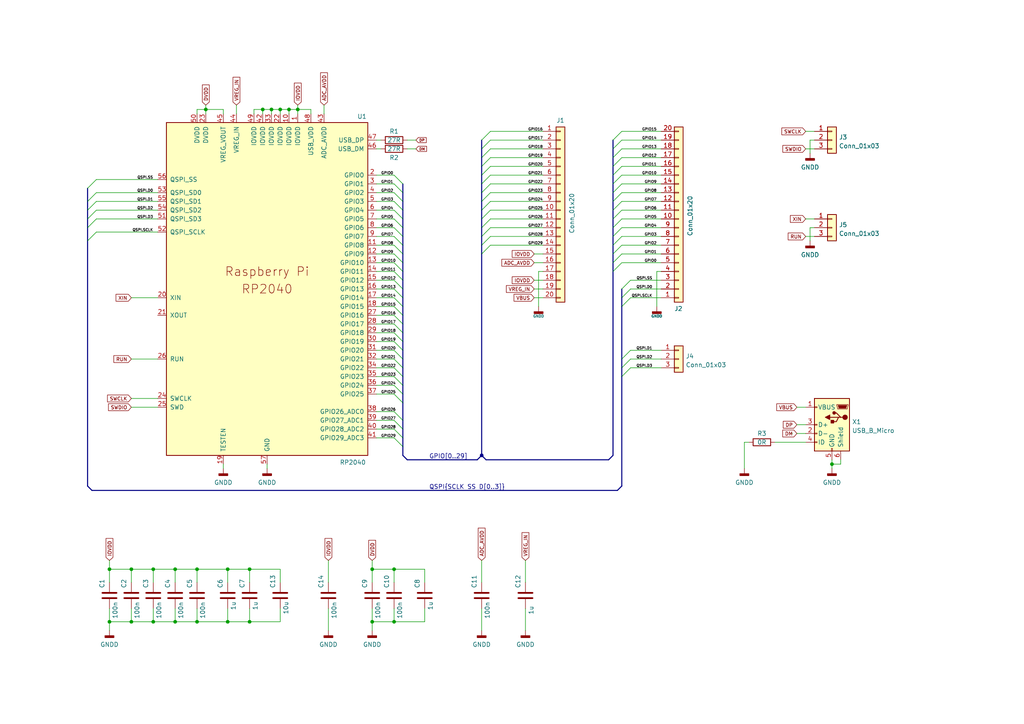
<source format=kicad_sch>
(kicad_sch (version 20230121) (generator eeschema)
  (paper "A4")
  (lib_symbols
    (symbol "Connector:USB_B_Micro" (pin_names (offset 1.016))
      (property "Reference" "J" (at -5.08 11.43 0))
      (property "Value" "USB_B_Micro" (at -5.08 8.89 0))
      (symbol "USB_B_Micro_0_1"
        (rectangle (start -5.08 -7.62) (end 5.08 7.62) (stroke (width 0.254)) (fill (type background)))
        (circle (center -3.81 2.159) (radius 0.635) (stroke (width 0.254)) (fill (type outline)))
        (circle (center -0.635 3.429) (radius 0.381) (stroke (width 0.254)) (fill (type outline)))
        (rectangle (start -0.127 -7.62) (end 0.127 -6.858))
        (polyline (pts (xy -1.905 2.159) (xy 0.635 2.159)) (stroke (width 0.254)))
        (polyline (pts (xy -3.175 2.159) (xy -2.54 2.159) (xy -1.27 3.429) (xy -0.635 3.429)) (stroke (width 0.254)))
        (polyline (pts (xy -2.54 2.159) (xy -1.905 2.159) (xy -1.27 0.889) (xy 0 0.889)) (stroke (width 0.254)))
        (polyline (pts (xy 0.635 2.794) (xy 0.635 1.524) (xy 1.905 2.159) (xy 0.635 2.794)) (stroke (width 0.254)) (fill (type outline)))
        (polyline (pts (xy -4.318 5.588) (xy -1.778 5.588) (xy -2.032 4.826) (xy -4.064 4.826) (xy -4.318 5.588)) (fill (type outline)))
        (polyline (pts (xy -4.699 5.842) (xy -4.699 5.588) (xy -4.445 4.826) (xy -4.445 4.572) (xy -1.651 4.572) (xy -1.651 4.826) (xy -1.397 5.588) (xy -1.397 5.842) (xy -4.699 5.842)))
        (rectangle (start 0.254 1.27) (end -0.508 0.508) (stroke (width 0.254)) (fill (type outline)))
        (rectangle (start 5.08 -5.207) (end 4.318 -4.953))
        (rectangle (start 5.08 -2.667) (end 4.318 -2.413))
        (rectangle (start 5.08 -0.127) (end 4.318 0.127))
        (rectangle (start 5.08 4.953) (end 4.318 5.207))
      )
      (symbol "USB_B_Micro_1_1"
        (pin power_out line (at 7.62 5.08 180) (length 2.54) (name "VBUS") (number "1"))
        (pin bidirectional line (at 7.62 -2.54 180) (length 2.54) (name "D-") (number "2"))
        (pin bidirectional line (at 7.62 0 180) (length 2.54) (name "D+") (number "3"))
        (pin passive line (at 7.62 -5.08 180) (length 2.54) (name "ID") (number "4"))
        (pin power_out line (at 0 -10.16 90) (length 2.54) (name "GND") (number "5"))
        (pin passive line (at -2.54 -10.16 90) (length 2.54) (name "Shield") (number "6"))
      )
    )
    (symbol "Connector_Generic:Conn_01x03" (pin_names (offset 1.016) hide)
      (property "Reference" "J" (at 0 5.08 0))
      (property "Value" "Conn_01x03" (at 0 -5.08 0))
      (symbol "Conn_01x03_1_1"
        (rectangle (start -1.27 -2.413) (end 0 -2.667) (stroke (width 0.1524)))
        (rectangle (start -1.27 0.127) (end 0 -0.127) (stroke (width 0.1524)))
        (rectangle (start -1.27 2.667) (end 0 2.413) (stroke (width 0.1524)))
        (rectangle (start -1.27 3.81) (end 1.27 -3.81) (stroke (width 0.254)) (fill (type background)))
        (pin passive line (at -5.08 2.54 0) (length 3.81) (name "Pin_1") (number "1"))
        (pin passive line (at -5.08 0 0) (length 3.81) (name "Pin_2") (number "2"))
        (pin passive line (at -5.08 -2.54 0) (length 3.81) (name "Pin_3") (number "3"))
      )
    )
    (symbol "Connector_Generic:Conn_01x20" (pin_names (offset 1.016) hide)
      (property "Reference" "J" (at 0 25.4 0))
      (property "Value" "Conn_01x20" (at 0 -27.94 0))
      (symbol "Conn_01x20_1_1"
        (rectangle (start -1.27 -25.273) (end 0 -25.527) (stroke (width 0.1524)))
        (rectangle (start -1.27 -22.733) (end 0 -22.987) (stroke (width 0.1524)))
        (rectangle (start -1.27 -20.193) (end 0 -20.447) (stroke (width 0.1524)))
        (rectangle (start -1.27 -17.653) (end 0 -17.907) (stroke (width 0.1524)))
        (rectangle (start -1.27 -15.113) (end 0 -15.367) (stroke (width 0.1524)))
        (rectangle (start -1.27 -12.573) (end 0 -12.827) (stroke (width 0.1524)))
        (rectangle (start -1.27 -10.033) (end 0 -10.287) (stroke (width 0.1524)))
        (rectangle (start -1.27 -7.493) (end 0 -7.747) (stroke (width 0.1524)))
        (rectangle (start -1.27 -4.953) (end 0 -5.207) (stroke (width 0.1524)))
        (rectangle (start -1.27 -2.413) (end 0 -2.667) (stroke (width 0.1524)))
        (rectangle (start -1.27 0.127) (end 0 -0.127) (stroke (width 0.1524)))
        (rectangle (start -1.27 2.667) (end 0 2.413) (stroke (width 0.1524)))
        (rectangle (start -1.27 5.207) (end 0 4.953) (stroke (width 0.1524)))
        (rectangle (start -1.27 7.747) (end 0 7.493) (stroke (width 0.1524)))
        (rectangle (start -1.27 10.287) (end 0 10.033) (stroke (width 0.1524)))
        (rectangle (start -1.27 12.827) (end 0 12.573) (stroke (width 0.1524)))
        (rectangle (start -1.27 15.367) (end 0 15.113) (stroke (width 0.1524)))
        (rectangle (start -1.27 17.907) (end 0 17.653) (stroke (width 0.1524)))
        (rectangle (start -1.27 20.447) (end 0 20.193) (stroke (width 0.1524)))
        (rectangle (start -1.27 22.987) (end 0 22.733) (stroke (width 0.1524)))
        (rectangle (start -1.27 24.13) (end 1.27 -26.67) (stroke (width 0.254)) (fill (type background)))
        (pin passive line (at -5.08 22.86 0) (length 3.81) (name "Pin_1") (number "1"))
        (pin passive line (at -5.08 0 0) (length 3.81) (name "Pin_10") (number "10"))
        (pin passive line (at -5.08 -2.54 0) (length 3.81) (name "Pin_11") (number "11"))
        (pin passive line (at -5.08 -5.08 0) (length 3.81) (name "Pin_12") (number "12"))
        (pin passive line (at -5.08 -7.62 0) (length 3.81) (name "Pin_13") (number "13"))
        (pin passive line (at -5.08 -10.16 0) (length 3.81) (name "Pin_14") (number "14"))
        (pin passive line (at -5.08 -12.7 0) (length 3.81) (name "Pin_15") (number "15"))
        (pin passive line (at -5.08 -15.24 0) (length 3.81) (name "Pin_16") (number "16"))
        (pin passive line (at -5.08 -17.78 0) (length 3.81) (name "Pin_17") (number "17"))
        (pin passive line (at -5.08 -20.32 0) (length 3.81) (name "Pin_18") (number "18"))
        (pin passive line (at -5.08 -22.86 0) (length 3.81) (name "Pin_19") (number "19"))
        (pin passive line (at -5.08 20.32 0) (length 3.81) (name "Pin_2") (number "2"))
        (pin passive line (at -5.08 -25.4 0) (length 3.81) (name "Pin_20") (number "20"))
        (pin passive line (at -5.08 17.78 0) (length 3.81) (name "Pin_3") (number "3"))
        (pin passive line (at -5.08 15.24 0) (length 3.81) (name "Pin_4") (number "4"))
        (pin passive line (at -5.08 12.7 0) (length 3.81) (name "Pin_5") (number "5"))
        (pin passive line (at -5.08 10.16 0) (length 3.81) (name "Pin_6") (number "6"))
        (pin passive line (at -5.08 7.62 0) (length 3.81) (name "Pin_7") (number "7"))
        (pin passive line (at -5.08 5.08 0) (length 3.81) (name "Pin_8") (number "8"))
        (pin passive line (at -5.08 2.54 0) (length 3.81) (name "Pin_9") (number "9"))
      )
    )
    (symbol "Device:C" (pin_numbers hide) (pin_names (offset 0.254))
      (property "Reference" "C" (at 0.635 2.54 0))
      (property "Value" "C" (at 0.635 -2.54 0))
      (symbol "C_0_1"
        (polyline (pts (xy -2.032 -0.762) (xy 2.032 -0.762)) (stroke (width 0.508)))
        (polyline (pts (xy -2.032 0.762) (xy 2.032 0.762)) (stroke (width 0.508)))
      )
      (symbol "C_1_1"
        (pin passive line (at 0 3.81 270) (length 2.794) (name "~") (number "1"))
        (pin passive line (at 0 -3.81 90) (length 2.794) (name "~") (number "2"))
      )
    )
    (symbol "Device:R" (pin_numbers hide) (pin_names (offset 0))
      (property "Reference" "R" (at 2.032 0 90))
      (property "Value" "R" (at 0 0 90))
      (symbol "R_0_1"
        (rectangle (start -1.016 -2.54) (end 1.016 2.54) (stroke (width 0.254)))
      )
      (symbol "R_1_1"
        (pin passive line (at 0 3.81 270) (length 1.27) (name "~") (number "1"))
        (pin passive line (at 0 -3.81 90) (length 1.27) (name "~") (number "2"))
      )
    )
    (symbol "MCU_RaspberryPi_and_Boards:RP2040" (pin_names (offset 1.016))
      (property "Reference" "U" (at -29.21 49.53 0))
      (property "Value" "RP2040" (at 24.13 -49.53 0))
      (symbol "RP2040_0_0"
        (text "Raspberry Pi" (at 0 5.08 0) (effects (font (size 2.54 2.54))))
        (text "RP2040" (at 0 0 0) (effects (font (size 2.54 2.54))))
      )
      (symbol "RP2040_0_1"
        (rectangle (start 29.21 48.26) (end -29.21 -48.26) (stroke (width 0.254)) (fill (type background)))
      )
      (symbol "RP2040_1_1"
        (pin power_in line (at 8.89 50.8 270) (length 2.54) (name "IOVDD") (number "1"))
        (pin power_in line (at 6.35 50.8 270) (length 2.54) (name "IOVDD") (number "10"))
        (pin bidirectional line (at 31.75 12.7 180) (length 2.54) (name "GPIO8") (number "11"))
        (pin bidirectional line (at 31.75 10.16 180) (length 2.54) (name "GPIO9") (number "12"))
        (pin bidirectional line (at 31.75 7.62 180) (length 2.54) (name "GPIO10") (number "13"))
        (pin bidirectional line (at 31.75 5.08 180) (length 2.54) (name "GPIO11") (number "14"))
        (pin bidirectional line (at 31.75 2.54 180) (length 2.54) (name "GPIO12") (number "15"))
        (pin bidirectional line (at 31.75 0 180) (length 2.54) (name "GPIO13") (number "16"))
        (pin bidirectional line (at 31.75 -2.54 180) (length 2.54) (name "GPIO14") (number "17"))
        (pin bidirectional line (at 31.75 -5.08 180) (length 2.54) (name "GPIO15") (number "18"))
        (pin passive line (at -12.7 -50.8 90) (length 2.54) (name "TESTEN") (number "19"))
        (pin bidirectional line (at 31.75 33.02 180) (length 2.54) (name "GPIO0") (number "2"))
        (pin input line (at -31.75 -2.54 0) (length 2.54) (name "XIN") (number "20"))
        (pin passive line (at -31.75 -7.62 0) (length 2.54) (name "XOUT") (number "21"))
        (pin power_in line (at 3.81 50.8 270) (length 2.54) (name "IOVDD") (number "22"))
        (pin power_in line (at -17.78 50.8 270) (length 2.54) (name "DVDD") (number "23"))
        (pin output line (at -31.75 -31.75 0) (length 2.54) (name "SWCLK") (number "24"))
        (pin bidirectional line (at -31.75 -34.29 0) (length 2.54) (name "SWD") (number "25"))
        (pin input line (at -31.75 -20.32 0) (length 2.54) (name "RUN") (number "26"))
        (pin bidirectional line (at 31.75 -7.62 180) (length 2.54) (name "GPIO16") (number "27"))
        (pin bidirectional line (at 31.75 -10.16 180) (length 2.54) (name "GPIO17") (number "28"))
        (pin bidirectional line (at 31.75 -12.7 180) (length 2.54) (name "GPIO18") (number "29"))
        (pin bidirectional line (at 31.75 30.48 180) (length 2.54) (name "GPIO1") (number "3"))
        (pin bidirectional line (at 31.75 -15.24 180) (length 2.54) (name "GPIO19") (number "30"))
        (pin bidirectional line (at 31.75 -17.78 180) (length 2.54) (name "GPIO20") (number "31"))
        (pin bidirectional line (at 31.75 -20.32 180) (length 2.54) (name "GPIO21") (number "32"))
        (pin power_in line (at 1.27 50.8 270) (length 2.54) (name "IOVDD") (number "33"))
        (pin bidirectional line (at 31.75 -22.86 180) (length 2.54) (name "GPIO22") (number "34"))
        (pin bidirectional line (at 31.75 -25.4 180) (length 2.54) (name "GPIO23") (number "35"))
        (pin bidirectional line (at 31.75 -27.94 180) (length 2.54) (name "GPIO24") (number "36"))
        (pin bidirectional line (at 31.75 -30.48 180) (length 2.54) (name "GPIO25") (number "37"))
        (pin bidirectional line (at 31.75 -35.56 180) (length 2.54) (name "GPIO26_ADC0") (number "38"))
        (pin bidirectional line (at 31.75 -38.1 180) (length 2.54) (name "GPIO27_ADC1") (number "39"))
        (pin bidirectional line (at 31.75 27.94 180) (length 2.54) (name "GPIO2") (number "4"))
        (pin bidirectional line (at 31.75 -40.64 180) (length 2.54) (name "GPIO28_ADC2") (number "40"))
        (pin bidirectional line (at 31.75 -43.18 180) (length 2.54) (name "GPIO29_ADC3") (number "41"))
        (pin power_in line (at -1.27 50.8 270) (length 2.54) (name "IOVDD") (number "42"))
        (pin power_in line (at 16.51 50.8 270) (length 2.54) (name "ADC_AVDD") (number "43"))
        (pin power_in line (at -8.89 50.8 270) (length 2.54) (name "VREG_IN") (number "44"))
        (pin power_out line (at -12.7 50.8 270) (length 2.54) (name "VREG_VOUT") (number "45"))
        (pin bidirectional line (at 31.75 40.64 180) (length 2.54) (name "USB_DM") (number "46"))
        (pin bidirectional line (at 31.75 43.18 180) (length 2.54) (name "USB_DP") (number "47"))
        (pin power_in line (at 12.7 50.8 270) (length 2.54) (name "USB_VDD") (number "48"))
        (pin power_in line (at -3.81 50.8 270) (length 2.54) (name "IOVDD") (number "49"))
        (pin bidirectional line (at 31.75 25.4 180) (length 2.54) (name "GPIO3") (number "5"))
        (pin power_in line (at -20.32 50.8 270) (length 2.54) (name "DVDD") (number "50"))
        (pin bidirectional line (at -31.75 20.32 0) (length 2.54) (name "QSPI_SD3") (number "51"))
        (pin output line (at -31.75 16.51 0) (length 2.54) (name "QSPI_SCLK") (number "52"))
        (pin bidirectional line (at -31.75 27.94 0) (length 2.54) (name "QSPI_SD0") (number "53"))
        (pin bidirectional line (at -31.75 22.86 0) (length 2.54) (name "QSPI_SD2") (number "54"))
        (pin bidirectional line (at -31.75 25.4 0) (length 2.54) (name "QSPI_SD1") (number "55"))
        (pin bidirectional line (at -31.75 31.75 0) (length 2.54) (name "QSPI_SS") (number "56"))
        (pin power_in line (at 0 -50.8 90) (length 2.54) (name "GND") (number "57"))
        (pin bidirectional line (at 31.75 22.86 180) (length 2.54) (name "GPIO4") (number "6"))
        (pin bidirectional line (at 31.75 20.32 180) (length 2.54) (name "GPIO5") (number "7"))
        (pin bidirectional line (at 31.75 17.78 180) (length 2.54) (name "GPIO6") (number "8"))
        (pin bidirectional line (at 31.75 15.24 180) (length 2.54) (name "GPIO7") (number "9"))
      )
    )
    (symbol "power:GNDD" (power) (pin_names (offset 0))
      (property "Value" "GNDD" (at 0 -3.175 0))
      (symbol "GNDD_0_1"
        (rectangle (start -1.27 -1.524) (end 1.27 -2.032) (stroke (width 0.254)) (fill (type outline)))
        (polyline (pts (xy 0 0) (xy 0 -1.524)))
      )
      (symbol "GNDD_1_1"
        (pin power_in line (at 0 0 270) (length 0) hide (name "GNDD") (number "1"))
      )
    )
  )
  (junction (at 50.8 165.1))
  (junction (at 81.28 31.75))
  (junction (at 59.69 31.75))
  (junction (at 107.95 180.34))
  (junction (at 107.95 165.1))
  (junction (at 114.3 180.34))
  (junction (at 57.15 180.34))
  (junction (at 114.3 165.1))
  (junction (at 38.1 165.1))
  (junction (at 66.04 180.34))
  (junction (at 86.36 31.75))
  (junction (at 72.39 165.1))
  (junction (at 76.2 31.75))
  (junction (at 57.15 165.1))
  (junction (at 66.04 165.1))
  (junction (at 139.7 132.08))
  (junction (at 44.45 180.34))
  (junction (at 83.82 31.75))
  (junction (at 44.45 165.1))
  (junction (at 38.1 180.34))
  (junction (at 31.75 165.1))
  (junction (at 241.3 134.62))
  (junction (at 50.8 180.34))
  (junction (at 72.39 180.34))
  (junction (at 31.75 180.34))
  (junction (at 78.74 31.75))
  (bus_entry (at 180.34 88.9) (size 2.54 -2.54))
  (bus_entry (at 177.8 78.74) (size 2.54 -2.54))
  (bus_entry (at 25.4 63.5) (size 2.54 -2.54))
  (bus_entry (at 116.84 129.54) (size -2.54 -2.54))
  (bus_entry (at 116.84 68.58) (size -2.54 -2.54))
  (bus_entry (at 116.84 127) (size -2.54 -2.54))
  (bus_entry (at 116.84 86.36) (size -2.54 -2.54))
  (bus_entry (at 25.4 58.42) (size 2.54 -2.54))
  (bus_entry (at 116.84 63.5) (size -2.54 -2.54))
  (bus_entry (at 116.84 111.76) (size -2.54 -2.54))
  (bus_entry (at 116.84 116.84) (size -2.54 -2.54))
  (bus_entry (at 116.84 83.82) (size -2.54 -2.54))
  (bus_entry (at 139.7 53.34) (size 2.54 -2.54))
  (bus_entry (at 116.84 106.68) (size -2.54 -2.54))
  (bus_entry (at 177.8 68.58) (size 2.54 -2.54))
  (bus_entry (at 139.7 71.12) (size 2.54 -2.54))
  (bus_entry (at 25.4 60.96) (size 2.54 -2.54))
  (bus_entry (at 139.7 73.66) (size 2.54 -2.54))
  (bus_entry (at 180.34 83.82) (size 2.54 -2.54))
  (bus_entry (at 116.84 53.34) (size -2.54 -2.54))
  (bus_entry (at 177.8 43.18) (size 2.54 -2.54))
  (bus_entry (at 116.84 66.04) (size -2.54 -2.54))
  (bus_entry (at 177.8 60.96) (size 2.54 -2.54))
  (bus_entry (at 180.34 104.14) (size 2.54 -2.54))
  (bus_entry (at 139.7 43.18) (size 2.54 -2.54))
  (bus_entry (at 139.7 40.64) (size 2.54 -2.54))
  (bus_entry (at 116.84 101.6) (size -2.54 -2.54))
  (bus_entry (at 180.34 106.68) (size 2.54 -2.54))
  (bus_entry (at 180.34 86.36) (size 2.54 -2.54))
  (bus_entry (at 116.84 114.3) (size -2.54 -2.54))
  (bus_entry (at 139.7 60.96) (size 2.54 -2.54))
  (bus_entry (at 116.84 71.12) (size -2.54 -2.54))
  (bus_entry (at 177.8 45.72) (size 2.54 -2.54))
  (bus_entry (at 177.8 71.12) (size 2.54 -2.54))
  (bus_entry (at 177.8 76.2) (size 2.54 -2.54))
  (bus_entry (at 116.84 91.44) (size -2.54 -2.54))
  (bus_entry (at 25.4 69.85) (size 2.54 -2.54))
  (bus_entry (at 177.8 73.66) (size 2.54 -2.54))
  (bus_entry (at 116.84 99.06) (size -2.54 -2.54))
  (bus_entry (at 116.84 93.98) (size -2.54 -2.54))
  (bus_entry (at 116.84 124.46) (size -2.54 -2.54))
  (bus_entry (at 177.8 66.04) (size 2.54 -2.54))
  (bus_entry (at 116.84 60.96) (size -2.54 -2.54))
  (bus_entry (at 116.84 104.14) (size -2.54 -2.54))
  (bus_entry (at 116.84 96.52) (size -2.54 -2.54))
  (bus_entry (at 139.7 68.58) (size 2.54 -2.54))
  (bus_entry (at 139.7 50.8) (size 2.54 -2.54))
  (bus_entry (at 116.84 109.22) (size -2.54 -2.54))
  (bus_entry (at 177.8 50.8) (size 2.54 -2.54))
  (bus_entry (at 116.84 81.28) (size -2.54 -2.54))
  (bus_entry (at 139.7 45.72) (size 2.54 -2.54))
  (bus_entry (at 116.84 73.66) (size -2.54 -2.54))
  (bus_entry (at 25.4 66.04) (size 2.54 -2.54))
  (bus_entry (at 116.84 88.9) (size -2.54 -2.54))
  (bus_entry (at 139.7 55.88) (size 2.54 -2.54))
  (bus_entry (at 116.84 78.74) (size -2.54 -2.54))
  (bus_entry (at 116.84 58.42) (size -2.54 -2.54))
  (bus_entry (at 177.8 40.64) (size 2.54 -2.54))
  (bus_entry (at 139.7 48.26) (size 2.54 -2.54))
  (bus_entry (at 116.84 55.88) (size -2.54 -2.54))
  (bus_entry (at 177.8 53.34) (size 2.54 -2.54))
  (bus_entry (at 139.7 63.5) (size 2.54 -2.54))
  (bus_entry (at 116.84 76.2) (size -2.54 -2.54))
  (bus_entry (at 177.8 55.88) (size 2.54 -2.54))
  (bus_entry (at 139.7 58.42) (size 2.54 -2.54))
  (bus_entry (at 177.8 63.5) (size 2.54 -2.54))
  (bus_entry (at 180.34 109.22) (size 2.54 -2.54))
  (bus_entry (at 139.7 66.04) (size 2.54 -2.54))
  (bus_entry (at 25.4 54.61) (size 2.54 -2.54))
  (bus_entry (at 177.8 48.26) (size 2.54 -2.54))
  (bus_entry (at 177.8 58.42) (size 2.54 -2.54))
  (bus_entry (at 116.84 121.92) (size -2.54 -2.54))
  (bus (pts (xy 177.8 78.74) (xy 177.8 132.08)))
  (wire (pts (xy 142.24 60.96) (xy 157.48 60.96)))
  (wire (pts (xy 57.15 165.1) (xy 66.04 165.1)))
  (wire (pts (xy 180.34 68.58) (xy 191.77 68.58)))
  (bus (pts (xy 116.84 86.36) (xy 116.84 88.9)))
  (bus (pts (xy 116.84 121.92) (xy 116.84 124.46)))
  (bus (pts (xy 116.84 78.74) (xy 116.84 81.28)))
  (wire (pts (xy 114.3 66.04) (xy 109.22 66.04)))
  (bus (pts (xy 179.07 142.24) (xy 180.34 140.97)))
  (bus (pts (xy 116.84 93.98) (xy 116.84 96.52)))
  (wire (pts (xy 114.3 86.36) (xy 109.22 86.36)))
  (wire (pts (xy 72.39 180.34) (xy 81.28 180.34)))
  (wire (pts (xy 114.3 58.42) (xy 109.22 58.42)))
  (bus (pts (xy 139.7 53.34) (xy 139.7 55.88)))
  (bus (pts (xy 116.84 58.42) (xy 116.84 60.96)))
  (wire (pts (xy 107.95 176.53) (xy 107.95 180.34)))
  (bus (pts (xy 139.7 50.8) (xy 139.7 53.34)))
  (bus (pts (xy 116.84 71.12) (xy 116.84 73.66)))
  (wire (pts (xy 180.34 50.8) (xy 191.77 50.8)))
  (wire (pts (xy 114.3 91.44) (xy 109.22 91.44)))
  (wire (pts (xy 107.95 180.34) (xy 107.95 182.88)))
  (wire (pts (xy 180.34 71.12) (xy 191.77 71.12)))
  (bus (pts (xy 139.7 73.66) (xy 139.7 132.08)))
  (wire (pts (xy 234.95 40.64) (xy 234.95 44.45)))
  (wire (pts (xy 142.24 48.26) (xy 157.48 48.26)))
  (wire (pts (xy 180.34 48.26) (xy 191.77 48.26)))
  (wire (pts (xy 154.94 81.28) (xy 157.48 81.28)))
  (wire (pts (xy 234.95 66.04) (xy 234.95 69.85)))
  (wire (pts (xy 114.3 121.92) (xy 109.22 121.92)))
  (wire (pts (xy 114.3 83.82) (xy 109.22 83.82)))
  (wire (pts (xy 114.3 106.68) (xy 109.22 106.68)))
  (wire (pts (xy 154.94 86.36) (xy 157.48 86.36)))
  (wire (pts (xy 107.95 168.91) (xy 107.95 165.1)))
  (wire (pts (xy 180.34 60.96) (xy 191.77 60.96)))
  (bus (pts (xy 177.8 45.72) (xy 177.8 48.26)))
  (wire (pts (xy 73.66 33.02) (xy 73.66 31.75)))
  (bus (pts (xy 180.34 140.97) (xy 180.34 109.22)))
  (bus (pts (xy 116.84 63.5) (xy 116.84 66.04)))
  (wire (pts (xy 180.34 55.88) (xy 191.77 55.88)))
  (bus (pts (xy 180.34 86.36) (xy 180.34 83.82)))
  (wire (pts (xy 114.3 124.46) (xy 109.22 124.46)))
  (wire (pts (xy 114.3 71.12) (xy 109.22 71.12)))
  (wire (pts (xy 57.15 33.02) (xy 57.15 31.75)))
  (bus (pts (xy 116.84 109.22) (xy 116.84 111.76)))
  (wire (pts (xy 31.75 168.91) (xy 31.75 165.1)))
  (wire (pts (xy 123.19 180.34) (xy 123.19 176.53)))
  (wire (pts (xy 81.28 31.75) (xy 81.28 33.02)))
  (wire (pts (xy 72.39 165.1) (xy 81.28 165.1)))
  (wire (pts (xy 236.22 40.64) (xy 234.95 40.64)))
  (wire (pts (xy 156.21 78.74) (xy 157.48 78.74)))
  (bus (pts (xy 180.34 104.14) (xy 180.34 88.9)))
  (wire (pts (xy 38.1 104.14) (xy 45.72 104.14)))
  (wire (pts (xy 182.88 86.36) (xy 191.77 86.36)))
  (wire (pts (xy 180.34 43.18) (xy 191.77 43.18)))
  (wire (pts (xy 27.94 67.31) (xy 45.72 67.31)))
  (wire (pts (xy 152.4 176.53) (xy 152.4 182.88)))
  (wire (pts (xy 38.1 118.11) (xy 45.72 118.11)))
  (wire (pts (xy 215.9 128.27) (xy 217.17 128.27)))
  (wire (pts (xy 114.3 127) (xy 109.22 127)))
  (bus (pts (xy 139.7 45.72) (xy 139.7 48.26)))
  (wire (pts (xy 50.8 165.1) (xy 50.8 168.91)))
  (bus (pts (xy 176.53 133.35) (xy 177.8 132.08)))
  (wire (pts (xy 182.88 101.6) (xy 191.77 101.6)))
  (wire (pts (xy 190.5 78.74) (xy 191.77 78.74)))
  (bus (pts (xy 139.7 132.08) (xy 140.97 133.35)))
  (wire (pts (xy 66.04 165.1) (xy 72.39 165.1)))
  (bus (pts (xy 116.84 60.96) (xy 116.84 63.5)))
  (bus (pts (xy 25.4 66.04) (xy 25.4 69.85)))
  (wire (pts (xy 44.45 180.34) (xy 50.8 180.34)))
  (wire (pts (xy 44.45 165.1) (xy 50.8 165.1)))
  (bus (pts (xy 116.84 129.54) (xy 116.84 132.08)))
  (wire (pts (xy 241.3 134.62) (xy 243.84 134.62)))
  (wire (pts (xy 114.3 119.38) (xy 109.22 119.38)))
  (wire (pts (xy 78.74 31.75) (xy 78.74 33.02)))
  (wire (pts (xy 142.24 43.18) (xy 157.48 43.18)))
  (wire (pts (xy 142.24 58.42) (xy 157.48 58.42)))
  (wire (pts (xy 114.3 81.28) (xy 109.22 81.28)))
  (wire (pts (xy 109.22 40.64) (xy 110.49 40.64)))
  (wire (pts (xy 233.68 43.18) (xy 236.22 43.18)))
  (wire (pts (xy 114.3 88.9) (xy 109.22 88.9)))
  (wire (pts (xy 64.77 31.75) (xy 64.77 33.02)))
  (wire (pts (xy 231.14 118.11) (xy 233.68 118.11)))
  (wire (pts (xy 241.3 134.62) (xy 241.3 135.89)))
  (bus (pts (xy 139.7 63.5) (xy 139.7 66.04)))
  (bus (pts (xy 139.7 68.58) (xy 139.7 71.12)))
  (wire (pts (xy 114.3 96.52) (xy 109.22 96.52)))
  (wire (pts (xy 114.3 60.96) (xy 109.22 60.96)))
  (wire (pts (xy 76.2 31.75) (xy 78.74 31.75)))
  (wire (pts (xy 38.1 180.34) (xy 44.45 180.34)))
  (bus (pts (xy 116.84 99.06) (xy 116.84 101.6)))
  (bus (pts (xy 177.8 43.18) (xy 177.8 45.72)))
  (wire (pts (xy 180.34 45.72) (xy 191.77 45.72)))
  (bus (pts (xy 180.34 88.9) (xy 180.34 86.36)))
  (wire (pts (xy 107.95 162.56) (xy 107.95 165.1)))
  (wire (pts (xy 114.3 50.8) (xy 109.22 50.8)))
  (wire (pts (xy 154.94 76.2) (xy 157.48 76.2)))
  (wire (pts (xy 180.34 53.34) (xy 191.77 53.34)))
  (wire (pts (xy 233.68 38.1) (xy 236.22 38.1)))
  (wire (pts (xy 114.3 93.98) (xy 109.22 93.98)))
  (wire (pts (xy 215.9 135.89) (xy 215.9 128.27)))
  (wire (pts (xy 156.21 78.74) (xy 156.21 88.9)))
  (bus (pts (xy 177.8 53.34) (xy 177.8 55.88)))
  (wire (pts (xy 233.68 63.5) (xy 236.22 63.5)))
  (wire (pts (xy 31.75 180.34) (xy 38.1 180.34)))
  (bus (pts (xy 116.84 81.28) (xy 116.84 83.82)))
  (wire (pts (xy 182.88 104.14) (xy 191.77 104.14)))
  (bus (pts (xy 116.84 127) (xy 116.84 129.54)))
  (wire (pts (xy 50.8 165.1) (xy 57.15 165.1)))
  (wire (pts (xy 182.88 106.68) (xy 191.77 106.68)))
  (bus (pts (xy 25.4 58.42) (xy 25.4 60.96)))
  (bus (pts (xy 177.8 71.12) (xy 177.8 73.66)))
  (bus (pts (xy 177.8 63.5) (xy 177.8 66.04)))
  (wire (pts (xy 31.75 180.34) (xy 31.75 182.88)))
  (wire (pts (xy 86.36 31.75) (xy 86.36 33.02)))
  (wire (pts (xy 27.94 60.96) (xy 45.72 60.96)))
  (wire (pts (xy 182.88 83.82) (xy 191.77 83.82)))
  (bus (pts (xy 116.84 96.52) (xy 116.84 99.06)))
  (wire (pts (xy 95.25 162.56) (xy 95.25 168.91)))
  (wire (pts (xy 31.75 176.53) (xy 31.75 180.34)))
  (bus (pts (xy 116.84 132.08) (xy 118.11 133.35)))
  (wire (pts (xy 114.3 114.3) (xy 109.22 114.3)))
  (wire (pts (xy 27.94 58.42) (xy 45.72 58.42)))
  (wire (pts (xy 118.11 40.64) (xy 120.65 40.64)))
  (wire (pts (xy 59.69 31.75) (xy 64.77 31.75)))
  (wire (pts (xy 180.34 38.1) (xy 191.77 38.1)))
  (wire (pts (xy 114.3 165.1) (xy 123.19 165.1)))
  (wire (pts (xy 236.22 66.04) (xy 234.95 66.04)))
  (bus (pts (xy 177.8 58.42) (xy 177.8 60.96)))
  (bus (pts (xy 25.4 63.5) (xy 25.4 66.04)))
  (wire (pts (xy 142.24 50.8) (xy 157.48 50.8)))
  (wire (pts (xy 241.3 133.35) (xy 241.3 134.62)))
  (wire (pts (xy 224.79 128.27) (xy 233.68 128.27)))
  (wire (pts (xy 114.3 165.1) (xy 114.3 168.91)))
  (wire (pts (xy 66.04 180.34) (xy 66.04 176.53)))
  (wire (pts (xy 72.39 165.1) (xy 72.39 168.91)))
  (wire (pts (xy 233.68 68.58) (xy 236.22 68.58)))
  (wire (pts (xy 114.3 76.2) (xy 109.22 76.2)))
  (wire (pts (xy 68.58 30.48) (xy 68.58 33.02)))
  (bus (pts (xy 25.4 60.96) (xy 25.4 63.5)))
  (wire (pts (xy 64.77 134.62) (xy 64.77 135.89)))
  (wire (pts (xy 107.95 180.34) (xy 114.3 180.34)))
  (bus (pts (xy 116.84 104.14) (xy 116.84 106.68)))
  (wire (pts (xy 123.19 165.1) (xy 123.19 168.91)))
  (wire (pts (xy 142.24 53.34) (xy 157.48 53.34)))
  (wire (pts (xy 31.75 162.56) (xy 31.75 165.1)))
  (wire (pts (xy 142.24 40.64) (xy 157.48 40.64)))
  (bus (pts (xy 116.84 116.84) (xy 116.84 121.92)))
  (wire (pts (xy 57.15 31.75) (xy 59.69 31.75)))
  (wire (pts (xy 66.04 165.1) (xy 66.04 168.91)))
  (wire (pts (xy 154.94 83.82) (xy 157.48 83.82)))
  (wire (pts (xy 109.22 43.18) (xy 110.49 43.18)))
  (bus (pts (xy 25.4 69.85) (xy 25.4 140.97)))
  (wire (pts (xy 83.82 31.75) (xy 83.82 33.02)))
  (bus (pts (xy 116.84 91.44) (xy 116.84 93.98)))
  (wire (pts (xy 72.39 180.34) (xy 72.39 176.53)))
  (wire (pts (xy 57.15 180.34) (xy 66.04 180.34)))
  (bus (pts (xy 116.84 106.68) (xy 116.84 109.22)))
  (wire (pts (xy 142.24 68.58) (xy 157.48 68.58)))
  (wire (pts (xy 182.88 81.28) (xy 191.77 81.28)))
  (bus (pts (xy 139.7 71.12) (xy 139.7 73.66)))
  (wire (pts (xy 142.24 55.88) (xy 157.48 55.88)))
  (bus (pts (xy 177.8 66.04) (xy 177.8 68.58)))
  (bus (pts (xy 177.8 40.64) (xy 177.8 43.18)))
  (wire (pts (xy 114.3 111.76) (xy 109.22 111.76)))
  (bus (pts (xy 139.7 48.26) (xy 139.7 50.8)))
  (wire (pts (xy 114.3 101.6) (xy 109.22 101.6)))
  (bus (pts (xy 25.4 54.61) (xy 25.4 58.42)))
  (bus (pts (xy 116.84 83.82) (xy 116.84 86.36)))
  (wire (pts (xy 114.3 180.34) (xy 114.3 176.53)))
  (bus (pts (xy 139.7 66.04) (xy 139.7 68.58)))
  (wire (pts (xy 114.3 78.74) (xy 109.22 78.74)))
  (wire (pts (xy 231.14 123.19) (xy 233.68 123.19)))
  (wire (pts (xy 93.98 30.48) (xy 93.98 33.02)))
  (wire (pts (xy 66.04 180.34) (xy 72.39 180.34)))
  (bus (pts (xy 180.34 109.22) (xy 180.34 106.68)))
  (wire (pts (xy 114.3 180.34) (xy 123.19 180.34)))
  (bus (pts (xy 177.8 50.8) (xy 177.8 53.34)))
  (bus (pts (xy 116.84 111.76) (xy 116.84 114.3)))
  (wire (pts (xy 142.24 66.04) (xy 157.48 66.04)))
  (wire (pts (xy 44.45 180.34) (xy 44.45 176.53)))
  (wire (pts (xy 38.1 180.34) (xy 38.1 176.53)))
  (wire (pts (xy 142.24 71.12) (xy 157.48 71.12)))
  (wire (pts (xy 190.5 88.9) (xy 190.5 78.74)))
  (wire (pts (xy 142.24 45.72) (xy 157.48 45.72)))
  (bus (pts (xy 177.8 76.2) (xy 177.8 78.74)))
  (wire (pts (xy 81.28 180.34) (xy 81.28 176.53)))
  (wire (pts (xy 31.75 165.1) (xy 38.1 165.1)))
  (wire (pts (xy 231.14 125.73) (xy 233.68 125.73)))
  (bus (pts (xy 139.7 43.18) (xy 139.7 45.72)))
  (wire (pts (xy 81.28 31.75) (xy 83.82 31.75)))
  (wire (pts (xy 180.34 73.66) (xy 191.77 73.66)))
  (wire (pts (xy 114.3 68.58) (xy 109.22 68.58)))
  (wire (pts (xy 38.1 86.36) (xy 45.72 86.36)))
  (wire (pts (xy 86.36 31.75) (xy 86.36 30.48)))
  (wire (pts (xy 57.15 165.1) (xy 57.15 168.91)))
  (wire (pts (xy 114.3 109.22) (xy 109.22 109.22)))
  (wire (pts (xy 107.95 165.1) (xy 114.3 165.1)))
  (bus (pts (xy 180.34 106.68) (xy 180.34 104.14)))
  (wire (pts (xy 38.1 115.57) (xy 45.72 115.57)))
  (wire (pts (xy 50.8 180.34) (xy 57.15 180.34)))
  (bus (pts (xy 116.84 101.6) (xy 116.84 104.14)))
  (wire (pts (xy 180.34 63.5) (xy 191.77 63.5)))
  (bus (pts (xy 177.8 60.96) (xy 177.8 63.5)))
  (wire (pts (xy 73.66 31.75) (xy 76.2 31.75)))
  (bus (pts (xy 138.43 133.35) (xy 139.7 132.08)))
  (bus (pts (xy 177.8 48.26) (xy 177.8 50.8)))
  (wire (pts (xy 180.34 76.2) (xy 191.77 76.2)))
  (bus (pts (xy 140.97 133.35) (xy 176.53 133.35)))
  (wire (pts (xy 59.69 31.75) (xy 59.69 30.48)))
  (bus (pts (xy 116.84 66.04) (xy 116.84 68.58)))
  (wire (pts (xy 77.47 134.62) (xy 77.47 135.89)))
  (wire (pts (xy 81.28 165.1) (xy 81.28 168.91)))
  (bus (pts (xy 139.7 58.42) (xy 139.7 60.96)))
  (bus (pts (xy 26.67 142.24) (xy 179.07 142.24)))
  (bus (pts (xy 25.4 140.97) (xy 26.67 142.24)))
  (bus (pts (xy 116.84 73.66) (xy 116.84 76.2)))
  (wire (pts (xy 59.69 31.75) (xy 59.69 33.02)))
  (wire (pts (xy 229.87 125.73) (xy 229.7379 125.73)))
  (wire (pts (xy 118.11 43.18) (xy 120.65 43.18)))
  (bus (pts (xy 139.7 55.88) (xy 139.7 58.42)))
  (bus (pts (xy 118.11 133.35) (xy 138.43 133.35)))
  (wire (pts (xy 180.34 58.42) (xy 191.77 58.42)))
  (bus (pts (xy 116.84 55.88) (xy 116.84 58.42)))
  (wire (pts (xy 180.34 66.04) (xy 191.77 66.04)))
  (wire (pts (xy 114.3 53.34) (xy 109.22 53.34)))
  (wire (pts (xy 38.1 165.1) (xy 38.1 168.91)))
  (bus (pts (xy 116.84 88.9) (xy 116.84 91.44)))
  (wire (pts (xy 50.8 180.34) (xy 50.8 176.53)))
  (bus (pts (xy 116.84 124.46) (xy 116.84 127)))
  (bus (pts (xy 177.8 68.58) (xy 177.8 71.12)))
  (wire (pts (xy 154.94 73.66) (xy 157.48 73.66)))
  (wire (pts (xy 44.45 165.1) (xy 44.45 168.91)))
  (wire (pts (xy 139.7 176.53) (xy 139.7 182.88)))
  (wire (pts (xy 114.3 63.5) (xy 109.22 63.5)))
  (wire (pts (xy 142.24 38.1) (xy 157.48 38.1)))
  (bus (pts (xy 116.84 53.34) (xy 116.84 55.88)))
  (wire (pts (xy 139.7 162.56) (xy 139.7 168.91)))
  (bus (pts (xy 177.8 55.88) (xy 177.8 58.42)))
  (bus (pts (xy 177.8 73.66) (xy 177.8 76.2)))
  (wire (pts (xy 114.3 99.06) (xy 109.22 99.06)))
  (wire (pts (xy 27.94 52.07) (xy 45.72 52.07)))
  (wire (pts (xy 27.94 55.88) (xy 45.72 55.88)))
  (wire (pts (xy 38.1 165.1) (xy 44.45 165.1)))
  (wire (pts (xy 78.74 31.75) (xy 81.28 31.75)))
  (wire (pts (xy 90.17 31.75) (xy 90.17 33.02)))
  (wire (pts (xy 83.82 31.75) (xy 86.36 31.75)))
  (bus (pts (xy 116.84 68.58) (xy 116.84 71.12)))
  (bus (pts (xy 116.84 76.2) (xy 116.84 78.74)))
  (wire (pts (xy 152.4 162.56) (xy 152.4 168.91)))
  (wire (pts (xy 27.94 63.5) (xy 45.72 63.5)))
  (bus (pts (xy 139.7 40.64) (xy 139.7 43.18)))
  (wire (pts (xy 95.25 176.53) (xy 95.25 182.88)))
  (wire (pts (xy 57.15 180.34) (xy 57.15 176.53)))
  (wire (pts (xy 142.24 63.5) (xy 157.48 63.5)))
  (wire (pts (xy 114.3 55.88) (xy 109.22 55.88)))
  (wire (pts (xy 243.84 134.62) (xy 243.84 133.35)))
  (bus (pts (xy 116.84 114.3) (xy 116.84 116.84)))
  (wire (pts (xy 114.3 104.14) (xy 109.22 104.14)))
  (wire (pts (xy 76.2 31.75) (xy 76.2 33.02)))
  (wire (pts (xy 86.36 31.75) (xy 90.17 31.75)))
  (bus (pts (xy 139.7 60.96) (xy 139.7 63.5)))
  (wire (pts (xy 180.34 40.64) (xy 191.77 40.64)))
  (wire (pts (xy 114.3 73.66) (xy 109.22 73.66)))
  (label "GPIO15" (at 190.5 38.1 0) (effects (font (size 0.762 0.762))))
  (label "QSPI.D3" (at 189.23 106.68 180) (effects (font (size 0.762 0.762))))
  (label "GPIO[0..29]" (at 124.46 133.35 0))
  (label "GPIO14" (at 110.49 86.36 0) (effects (font (size 0.762 0.762))))
  (label "GPIO7" (at 190.5 58.42 0) (effects (font (size 0.762 0.762))))
  (label "GPIO29" (at 110.49 127 0) (effects (font (size 0.762 0.762))))
  (label "GPIO12" (at 110.49 81.28 0) (effects (font (size 0.762 0.762))))
  (label "GPIO22" (at 157.48 53.34 0) (effects (font (size 0.762 0.762))))
  (label "GPIO18" (at 110.49 96.52 0) (effects (font (size 0.762 0.762))))
  (label "GPIO19" (at 157.48 45.72 0) (effects (font (size 0.762 0.762))))
  (label "GPIO1" (at 190.5 73.66 0) (effects (font (size 0.762 0.762))))
  (label "GPIO2" (at 110.49 55.88 0) (effects (font (size 0.762 0.762))))
  (label "GPIO13" (at 190.5 43.18 0) (effects (font (size 0.762 0.762))))
  (label "GPIO0" (at 190.5 76.2 0) (effects (font (size 0.762 0.762))))
  (label "GPIO24" (at 110.49 111.76 0) (effects (font (size 0.762 0.762))))
  (label "GPIO17" (at 157.48 40.64 0) (effects (font (size 0.762 0.762))))
  (label "GPIO6" (at 190.5 60.96 0) (effects (font (size 0.762 0.762))))
  (label "GPIO26" (at 110.49 119.38 0) (effects (font (size 0.762 0.762))))
  (label "GPIO26" (at 157.48 63.5 0) (effects (font (size 0.762 0.762))))
  (label "GPIO18" (at 157.48 43.18 0) (effects (font (size 0.762 0.762))))
  (label "QSPI{SCLK SS D[0..3]}" (at 124.46 142.24 0))
  (label "GPIO3" (at 190.5 68.58 0) (effects (font (size 0.762 0.762))))
  (label "GPIO3" (at 110.49 58.42 0) (effects (font (size 0.762 0.762))))
  (label "GPIO27" (at 110.49 121.92 0) (effects (font (size 0.762 0.762))))
  (label "QSPI.D1" (at 44.45 58.42 0) (effects (font (size 0.762 0.762))))
  (label "GPIO11" (at 110.49 78.74 0) (effects (font (size 0.762 0.762))))
  (label "GPIO5" (at 110.49 63.5 0) (effects (font (size 0.762 0.762))))
  (label "GPIO8" (at 190.5 55.88 0) (effects (font (size 0.762 0.762))))
  (label "GPIO23" (at 157.48 55.88 0) (effects (font (size 0.762 0.762))))
  (label "GPIO0" (at 110.49 50.8 0) (effects (font (size 0.762 0.762))))
  (label "QSPI.D2" (at 189.23 104.14 180) (effects (font (size 0.762 0.762))))
  (label "GPIO20" (at 157.48 48.26 0) (effects (font (size 0.762 0.762))))
  (label "GPIO21" (at 110.49 104.14 0) (effects (font (size 0.762 0.762))))
  (label "GPIO12" (at 190.5 45.72 0) (effects (font (size 0.762 0.762))))
  (label "QSPI.SCLK" (at 189.23 86.36 0) (effects (font (size 0.762 0.762))))
  (label "GPIO25" (at 157.48 60.96 0) (effects (font (size 0.762 0.762))))
  (label "GPIO22" (at 110.49 106.68 0) (effects (font (size 0.762 0.762))))
  (label "GPIO28" (at 157.48 68.58 0) (effects (font (size 0.762 0.762))))
  (label "GPIO25" (at 110.49 114.3 0) (effects (font (size 0.762 0.762))))
  (label "GPIO17" (at 110.49 93.98 0) (effects (font (size 0.762 0.762))))
  (label "GPIO15" (at 110.49 88.9 0) (effects (font (size 0.762 0.762))))
  (label "GPIO10" (at 110.49 76.2 0) (effects (font (size 0.762 0.762))))
  (label "QSPI.D0" (at 44.45 55.88 0) (effects (font (size 0.762 0.762))))
  (label "GPIO8" (at 110.49 71.12 0) (effects (font (size 0.762 0.762))))
  (label "GPIO10" (at 190.5 50.8 0) (effects (font (size 0.762 0.762))))
  (label "GPIO13" (at 110.49 83.82 0) (effects (font (size 0.762 0.762))))
  (label "GPIO5" (at 190.5 63.5 0) (effects (font (size 0.762 0.762))))
  (label "GPIO7" (at 110.49 68.58 0) (effects (font (size 0.762 0.762))))
  (label "QSPI.D1" (at 189.23 101.6 180) (effects (font (size 0.762 0.762))))
  (label "QSPI.D3" (at 44.45 63.5 0) (effects (font (size 0.762 0.762))))
  (label "GPIO2" (at 190.5 71.12 0) (effects (font (size 0.762 0.762))))
  (label "GPIO4" (at 190.5 66.04 0) (effects (font (size 0.762 0.762))))
  (label "GPIO20" (at 110.49 101.6 0) (effects (font (size 0.762 0.762))))
  (label "QSPI.SS" (at 189.23 81.28 0) (effects (font (size 0.762 0.762))))
  (label "GPIO4" (at 110.49 60.96 0) (effects (font (size 0.762 0.762))))
  (label "QSPI.D2" (at 44.45 60.96 0) (effects (font (size 0.762 0.762))))
  (label "GPIO24" (at 157.48 58.42 0) (effects (font (size 0.762 0.762))))
  (label "GPIO29" (at 157.48 71.12 0) (effects (font (size 0.762 0.762))))
  (label "GPIO19" (at 110.49 99.06 0) (effects (font (size 0.762 0.762))))
  (label "GPIO9" (at 190.5 53.34 0) (effects (font (size 0.762 0.762))))
  (label "GPIO16" (at 110.49 91.44 0) (effects (font (size 0.762 0.762))))
  (label "QSPI.SCLK" (at 44.45 67.31 0) (effects (font (size 0.762 0.762))))
  (label "GPIO14" (at 190.5 40.64 0) (effects (font (size 0.762 0.762))))
  (label "GPIO23" (at 110.49 109.22 0) (effects (font (size 0.762 0.762))))
  (label "GPIO9" (at 110.49 73.66 0) (effects (font (size 0.762 0.762))))
  (label "QSPI.SS" (at 44.45 52.07 0) (effects (font (size 0.762 0.762))))
  (label "QSPI.D0" (at 189.23 83.82 0) (effects (font (size 0.762 0.762))))
  (label "GPIO27" (at 157.48 66.04 0) (effects (font (size 0.762 0.762))))
  (label "GPIO6" (at 110.49 66.04 0) (effects (font (size 0.762 0.762))))
  (label "GPIO21" (at 157.48 50.8 0) (effects (font (size 0.762 0.762))))
  (label "GPIO16" (at 157.48 38.1 0) (effects (font (size 0.762 0.762))))
  (label "GPIO11" (at 190.5 48.26 0) (effects (font (size 0.762 0.762))))
  (label "GPIO1" (at 110.49 53.34 0) (effects (font (size 0.762 0.762))))
  (label "GPIO28" (at 110.49 124.46 0) (effects (font (size 0.762 0.762))))
  (global_label "ADC_AVDD" (shape input) (at 93.98 30.48 90) (effects (font (size 1.016 1.016))) (property "Intersheetrefs" "${INTERSHEET_REFS}" (effects hide)))
  (global_label "DM" (shape input) (at 120.65 43.18 0) (effects (font (size 0.762 0.762))) (property "Intersheetrefs" "${INTERSHEET_REFS}" (effects hide)))
  (global_label "RUN" (shape input) (at 38.1 104.14 180) (effects (font (size 1.016 1.016))) (property "Intersheetrefs" "${INTERSHEET_REFS}" (effects hide)))
  (global_label "VREG_IN" (shape input) (at 154.94 83.82 180) (effects (font (size 1.016 1.016))) (property "Intersheetrefs" "${INTERSHEET_REFS}" (effects hide)))
  (global_label "VREG_IN" (shape input) (at 68.58 30.48 90) (effects (font (size 1.016 1.016))) (property "Intersheetrefs" "${INTERSHEET_REFS}" (effects hide)))
  (global_label "DP" (shape input) (at 231.14 123.19 180) (effects (font (size 1.016 1.016))) (property "Intersheetrefs" "${INTERSHEET_REFS}" (effects hide)))
  (global_label "SWCLK" (shape input) (at 233.68 38.1 180) (effects (font (size 1.016 1.016))) (property "Intersheetrefs" "${INTERSHEET_REFS}" (effects hide)))
  (global_label "VBUS" (shape input) (at 154.94 86.36 180) (effects (font (size 1.016 1.016))) (property "Intersheetrefs" "${INTERSHEET_REFS}" (effects hide)))
  (global_label "IOVDD" (shape input) (at 95.25 162.56 90) (effects (font (size 1.016 1.016))) (property "Intersheetrefs" "${INTERSHEET_REFS}" (effects hide)))
  (global_label "DVDD" (shape input) (at 107.95 162.56 90) (effects (font (size 1.016 1.016))) (property "Intersheetrefs" "${INTERSHEET_REFS}" (effects hide)))
  (global_label "DM" (shape input) (at 231.14 125.73 180) (effects (font (size 1.016 1.016))) (property "Intersheetrefs" "${INTERSHEET_REFS}" (effects hide)))
  (global_label "SWCLK" (shape input) (at 38.1 115.57 180) (effects (font (size 1.016 1.016))) (property "Intersheetrefs" "${INTERSHEET_REFS}" (effects hide)))
  (global_label "IOVDD" (shape input) (at 154.94 73.66 180) (effects (font (size 1.016 1.016))) (property "Intersheetrefs" "${INTERSHEET_REFS}" (effects hide)))
  (global_label "DVDD" (shape input) (at 59.69 30.48 90) (effects (font (size 1.016 1.016))) (property "Intersheetrefs" "${INTERSHEET_REFS}" (effects hide)))
  (global_label "DP" (shape input) (at 120.65 40.64 0) (effects (font (size 0.762 0.762))) (property "Intersheetrefs" "${INTERSHEET_REFS}" (effects hide)))
  (global_label "VREG_IN" (shape input) (at 152.4 162.56 90) (effects (font (size 1.016 1.016))) (property "Intersheetrefs" "${INTERSHEET_REFS}" (effects hide)))
  (global_label "IOVDD" (shape input) (at 154.94 81.28 180) (effects (font (size 1.016 1.016))) (property "Intersheetrefs" "${INTERSHEET_REFS}" (effects hide)))
  (global_label "VBUS" (shape input) (at 231.14 118.11 180) (effects (font (size 1.016 1.016))) (property "Intersheetrefs" "${INTERSHEET_REFS}" (effects hide)))
  (global_label "IOVDD" (shape input) (at 86.36 30.48 90) (effects (font (size 1.016 1.016))) (property "Intersheetrefs" "${INTERSHEET_REFS}" (effects hide)))
  (global_label "XIN" (shape input) (at 233.68 63.5 180) (effects (font (size 1.016 1.016))) (property "Intersheetrefs" "${INTERSHEET_REFS}" (effects hide)))
  (global_label "SWDIO" (shape input) (at 38.1 118.11 180) (effects (font (size 1.016 1.016))) (property "Intersheetrefs" "${INTERSHEET_REFS}" (effects hide)))
  (global_label "ADC_AVDD" (shape input) (at 139.7 162.56 90) (effects (font (size 1.016 1.016))) (property "Intersheetrefs" "${INTERSHEET_REFS}" (effects hide)))
  (global_label "SWDIO" (shape input) (at 233.68 43.18 180) (effects (font (size 1.016 1.016))) (property "Intersheetrefs" "${INTERSHEET_REFS}" (effects hide)))
  (global_label "RUN" (shape input) (at 233.68 68.58 180) (effects (font (size 1.016 1.016))) (property "Intersheetrefs" "${INTERSHEET_REFS}" (effects hide)))
  (global_label "XIN" (shape input) (at 38.1 86.36 180) (effects (font (size 1.016 1.016))) (property "Intersheetrefs" "${INTERSHEET_REFS}" (effects hide)))
  (global_label "IOVDD" (shape input) (at 31.75 162.56 90) (effects (font (size 1.016 1.016))) (property "Intersheetrefs" "${INTERSHEET_REFS}" (effects hide)))
  (global_label "ADC_AVDD" (shape input) (at 154.94 76.2 180) (effects (font (size 1.016 1.016))) (property "Intersheetrefs" "${INTERSHEET_REFS}" (effects hide)))
  (symbol (lib_id "power:GNDD") (at 95.25 182.88 0) (unit 1)
    (property "Reference" "#PWR0113" (effects hide))
    (property "Value" "GNDD" (at 95.25 186.9424 0))
  )
  (symbol (lib_id "power:GNDD") (at 152.4 182.88 0) (unit 1)
    (property "Reference" "#PWR0110" (effects hide))
    (property "Value" "GNDD" (at 152.4 186.9424 0))
  )
  (symbol (lib_id "power:GNDD") (at 156.21 88.9 0) (unit 1)
    (property "Reference" "#PWR0107" (effects hide))
    (property "Value" "GNDD" (at 156.21 91.694 0) (effects (font (size 0.762 0.762))))
  )
  (symbol (lib_id "Device:R") (at 114.3 43.18 90) (unit 1)
    (property "Reference" "R2" (at 114.3 45.72 90))
    (property "Value" "27R" (at 114.3 43.18 90))
    (property "Footprint" "Resistor_SMD:R_0402_1005Metric" (effects hide))
  )
  (symbol (lib_id "Device:C") (at 114.3 172.72 0) (unit 1)
    (property "Reference" "C10" (at 112.141 170.6153 90) (effects (justify left)))
    (property "Value" "100n" (at 115.951 179.5022 90) (effects (justify left)))
    (property "Footprint" "Capacitor_SMD:C_0402_1005Metric" (effects hide))
  )
  (symbol (lib_id "Connector_Generic:Conn_01x03") (at 241.3 66.04 0) (unit 1)
    (property "Reference" "J5" (at 243.332 65.2053 0) (effects (justify left)))
    (property "Value" "Conn_01x03" (at 243.332 67.7422 0) (effects (justify left)))
    (property "Footprint" "Connector_PinHeader_2.54mm:PinHeader_1x03_P2.54mm_Vertical" (effects hide))
  )
  (symbol (lib_id "Device:C") (at 95.25 172.72 0) (unit 1)
    (property "Reference" "C14" (at 93.091 170.6153 90) (effects (justify left)))
    (property "Value" "100n" (at 96.901 179.5022 90) (effects (justify left)))
    (property "Footprint" "Capacitor_SMD:C_0402_1005Metric" (effects hide))
  )
  (symbol (lib_id "Connector_Generic:Conn_01x20") (at 196.85 63.5 0) (mirror x) (unit 1)
    (property "Reference" "J2" (at 195.58 89.535 0) (effects (justify left)))
    (property "Value" "Conn_01x20" (at 200.152 56.7178 90) (effects (justify left)))
    (property "Footprint" "Connector_PinHeader_2.54mm:PinHeader_1x20_P2.54mm_Vertical" (effects hide))
  )
  (symbol (lib_id "power:GNDD") (at 77.47 135.89 0) (unit 1)
    (property "Reference" "#PWR0102" (effects hide))
    (property "Value" "GNDD" (at 77.47 139.9524 0))
  )
  (symbol (lib_id "Device:C") (at 72.39 172.72 0) (unit 1)
    (property "Reference" "C7" (at 70.231 170.6153 90) (effects (justify left)))
    (property "Value" "1u" (at 74.041 174.4222 90) (effects (justify right)))
    (property "Footprint" "Capacitor_SMD:C_0402_1005Metric" (effects hide))
  )
  (symbol (lib_id "power:GNDD") (at 107.95 182.88 0) (unit 1)
    (property "Reference" "#PWR0112" (effects hide))
    (property "Value" "GNDD" (at 107.95 186.9424 0))
  )
  (symbol (lib_id "power:GNDD") (at 234.95 44.45 0) (unit 1)
    (property "Reference" "#PWR0105" (effects hide))
    (property "Value" "GNDD" (at 234.95 48.5124 0))
  )
  (symbol (lib_id "power:GNDD") (at 64.77 135.89 0) (unit 1)
    (property "Reference" "#PWR0101" (effects hide))
    (property "Value" "GNDD" (at 64.77 139.9524 0))
  )
  (symbol (lib_id "power:GNDD") (at 241.3 135.89 0) (unit 1)
    (property "Reference" "#PWR0104" (effects hide))
    (property "Value" "GNDD" (at 241.3 139.9524 0))
  )
  (symbol (lib_id "MCU_RaspberryPi_and_Boards:RP2040") (at 77.47 83.82 0) (unit 1)
    (property "Reference" "U1" (at 103.6194 33.7804 0) (effects (justify left)))
    (property "Value" "RP2040" (at 98.5394 134.1073 0) (effects (justify left)))
    (property "Footprint" "MCU_RaspberryPi_and_Boards:RP2040-QFN-56" (effects hide))
  )
  (symbol (lib_id "Device:R") (at 220.98 128.27 90) (unit 1)
    (property "Reference" "R3" (at 220.98 125.73 90))
    (property "Value" "0R" (at 220.98 128.27 90))
    (property "Footprint" "Resistor_SMD:R_0402_1005Metric" (effects hide))
  )
  (symbol (lib_id "power:GNDD") (at 139.7 182.88 0) (unit 1)
    (property "Reference" "#PWR0111" (effects hide))
    (property "Value" "GNDD" (at 139.7 186.9424 0))
  )
  (symbol (lib_id "Device:C") (at 31.75 172.72 0) (unit 1)
    (property "Reference" "C1" (at 29.591 170.6153 90) (effects (justify left)))
    (property "Value" "100n" (at 33.401 179.5022 90) (effects (justify left)))
    (property "Footprint" "Capacitor_SMD:C_0402_1005Metric" (effects hide))
  )
  (symbol (lib_id "Device:C") (at 50.8 172.72 0) (unit 1)
    (property "Reference" "C4" (at 48.641 170.6153 90) (effects (justify left)))
    (property "Value" "100n" (at 52.451 179.5022 90) (effects (justify left)))
    (property "Footprint" "Capacitor_SMD:C_0402_1005Metric" (effects hide))
  )
  (symbol (lib_id "Connector:USB_B_Micro") (at 241.3 123.19 0) (mirror y) (unit 1)
    (property "Reference" "X1" (at 247.142 122.3553 0) (effects (justify right)))
    (property "Value" "USB_B_Micro" (at 247.142 124.8922 0) (effects (justify right)))
    (property "Footprint" "Connector_USB:USB_Micro-B_Amphenol_10104110_Horizontal" (effects hide))
  )
  (symbol (lib_id "Device:C") (at 44.45 172.72 0) (unit 1)
    (property "Reference" "C3" (at 42.291 170.6153 90) (effects (justify left)))
    (property "Value" "100n" (at 46.101 179.5022 90) (effects (justify left)))
    (property "Footprint" "Capacitor_SMD:C_0402_1005Metric" (effects hide))
  )
  (symbol (lib_id "power:GNDD") (at 215.9 135.89 0) (unit 1)
    (property "Reference" "#PWR0108" (effects hide))
    (property "Value" "GNDD" (at 215.9 139.9524 0))
  )
  (symbol (lib_id "Device:C") (at 81.28 172.72 0) (unit 1)
    (property "Reference" "C13" (at 79.121 170.6153 90) (effects (justify left)))
    (property "Value" "10u" (at 82.931 174.4222 90) (effects (justify right)))
    (property "Footprint" "Capacitor_SMD:C_0603_1608Metric" (effects hide))
  )
  (symbol (lib_id "power:GNDD") (at 31.75 182.88 0) (unit 1)
    (property "Reference" "#PWR0109" (effects hide))
    (property "Value" "GNDD" (at 31.75 186.9424 0))
  )
  (symbol (lib_id "power:GNDD") (at 234.95 69.85 0) (unit 1)
    (property "Reference" "#PWR0106" (effects hide))
    (property "Value" "GNDD" (at 234.95 73.9124 0))
  )
  (symbol (lib_id "Device:C") (at 38.1 172.72 0) (unit 1)
    (property "Reference" "C2" (at 35.941 170.6153 90) (effects (justify left)))
    (property "Value" "100n" (at 39.751 179.5022 90) (effects (justify left)))
    (property "Footprint" "Capacitor_SMD:C_0402_1005Metric" (effects hide))
  )
  (symbol (lib_id "Device:C") (at 57.15 172.72 0) (unit 1)
    (property "Reference" "C5" (at 54.991 170.6153 90) (effects (justify left)))
    (property "Value" "100n" (at 58.801 179.5022 90) (effects (justify left)))
    (property "Footprint" "Capacitor_SMD:C_0402_1005Metric" (effects hide))
  )
  (symbol (lib_id "Connector_Generic:Conn_01x03") (at 196.85 104.14 0) (unit 1)
    (property "Reference" "J4" (at 198.882 103.3053 0) (effects (justify left)))
    (property "Value" "Conn_01x03" (at 198.882 105.8422 0) (effects (justify left)))
    (property "Footprint" "Connector_PinHeader_2.54mm:PinHeader_1x03_P2.54mm_Vertical" (effects hide))
  )
  (symbol (lib_id "Connector_Generic:Conn_01x03") (at 241.3 40.64 0) (unit 1)
    (property "Reference" "J3" (at 243.332 39.8053 0) (effects (justify left)))
    (property "Value" "Conn_01x03" (at 243.332 42.3422 0) (effects (justify left)))
    (property "Footprint" "Connector_PinHeader_2.54mm:PinHeader_1x03_P2.54mm_Vertical" (effects hide))
  )
  (symbol (lib_id "Device:C") (at 107.95 172.72 0) (unit 1)
    (property "Reference" "C9" (at 105.791 170.6153 90) (effects (justify left)))
    (property "Value" "100n" (at 109.601 179.5022 90) (effects (justify left)))
    (property "Footprint" "Capacitor_SMD:C_0402_1005Metric" (effects hide))
  )
  (symbol (lib_id "Device:C") (at 139.7 172.72 0) (unit 1)
    (property "Reference" "C11" (at 137.541 170.6153 90) (effects (justify left)))
    (property "Value" "100n" (at 141.351 179.5022 90) (effects (justify left)))
    (property "Footprint" "Capacitor_SMD:C_0402_1005Metric" (effects hide))
  )
  (symbol (lib_id "Device:R") (at 114.3 40.64 90) (unit 1)
    (property "Reference" "R1" (at 114.3 38.1 90))
    (property "Value" "27R" (at 114.3 40.64 90))
    (property "Footprint" "Resistor_SMD:R_0402_1005Metric" (effects hide))
  )
  (symbol (lib_id "Device:C") (at 152.4 172.72 0) (unit 1)
    (property "Reference" "C12" (at 150.241 170.6153 90) (effects (justify left)))
    (property "Value" "1u" (at 154.051 175.6922 90) (effects (justify right)))
    (property "Footprint" "Capacitor_SMD:C_0402_1005Metric" (effects hide))
  )
  (symbol (lib_id "Device:C") (at 66.04 172.72 0) (unit 1)
    (property "Reference" "C6" (at 63.881 170.6153 90) (effects (justify left)))
    (property "Value" "1u" (at 67.691 174.4222 90) (effects (justify right)))
    (property "Footprint" "Capacitor_SMD:C_0402_1005Metric" (effects hide))
  )
  (symbol (lib_id "Connector_Generic:Conn_01x20") (at 162.56 60.96 0) (unit 1)
    (property "Reference" "J1" (at 162.56 34.925 0))
    (property "Value" "Conn_01x20" (at 165.862 67.7422 90) (effects (justify left)))
    (property "Footprint" "Connector_PinHeader_2.54mm:PinHeader_1x20_P2.54mm_Vertical" (effects hide))
  )
  (symbol (lib_id "Device:C") (at 123.19 172.72 0) (unit 1)
    (property "Reference" "C8" (at 121.031 170.6153 90) (effects (justify left)))
    (property "Value" "1u" (at 124.841 174.4222 90) (effects (justify right)))
    (property "Footprint" "Capacitor_SMD:C_0402_1005Metric" (effects hide))
  )
  (symbol (lib_id "power:GNDD") (at 190.5 88.9 0) (unit 1)
    (property "Reference" "#PWR0103" (effects hide))
    (property "Value" "GNDD" (at 190.5 91.694 0) (effects (font (size 0.762 0.762))))
  )
)
</source>
